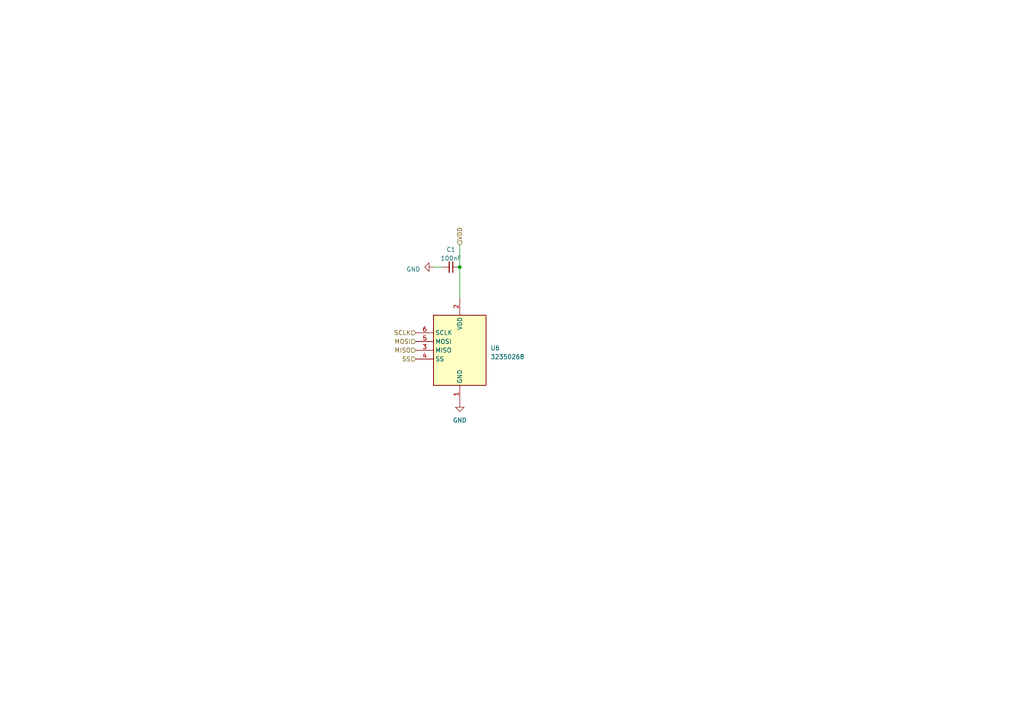
<source format=kicad_sch>
(kicad_sch (version 20230121) (generator eeschema)
  (paper "A4")
  (lib_symbols
    (symbol "Device:C_Small" (pin_numbers hide) (pin_names (offset 0.254) hide)
      (property "Reference" "C" (at 0.254 1.778 0))
      (property "Value" "C_Small" (at 0.254 -2.032 0))
      (symbol "C_Small_0_1"
        (polyline (pts (xy -1.524 -0.508) (xy 1.524 -0.508)) (stroke (width 0.3302)))
        (polyline (pts (xy -1.524 0.508) (xy 1.524 0.508)) (stroke (width 0.3048)))
      )
      (symbol "C_Small_1_1"
        (pin passive line (at 0 2.54 270) (length 2.032) (name "~") (number "1"))
        (pin passive line (at 0 -2.54 90) (length 2.032) (name "~") (number "2"))
      )
    )
    (symbol "MPL115A1_1"
      (property "Reference" "U" (at -6.35 11.43 0))
      (property "Value" "MPL115A1" (at 7.62 11.43 0))
      (symbol "MPL115A1_1_0_1"
        (rectangle (start 7.62 10.16) (end -7.62 -10.16) (stroke (width 0.254)) (fill (type background)))
      )
      (symbol "MPL115A1_1_1_1"
        (pin power_in line (at 0 -15.24 90) (length 5.08) (name "GND") (number "1"))
        (pin power_in line (at 0 15.24 270) (length 5.08) (name "VDD") (number "2"))
        (pin output line (at -12.7 0 0) (length 5.08) (name "MISO") (number "3"))
        (pin input line (at -12.7 -2.54 0) (length 5.08) (name "SS") (number "4"))
        (pin input line (at -12.7 2.54 0) (length 5.08) (name "MOSI") (number "5"))
        (pin input line (at -12.7 5.08 0) (length 5.08) (name "SCLK") (number "6"))
      )
    )
    (symbol "power:GND" (power) (pin_names (offset 0))
      (property "Value" "GND" (at 0 -3.81 0))
      (symbol "GND_0_1"
        (polyline (pts (xy 0 0) (xy 0 -1.27) (xy 1.27 -1.27) (xy 0 -2.54) (xy -1.27 -1.27) (xy 0 -1.27)))
      )
      (symbol "GND_1_1"
        (pin power_in line (at 0 0 270) (length 0) hide (name "GND") (number "1"))
      )
    )
  )
  (junction (at 133.35 77.47))
  (wire (pts (xy 133.35 71.12) (xy 133.35 77.47)))
  (wire (pts (xy 133.35 77.47) (xy 133.35 86.36)))
  (wire (pts (xy 125.73 77.47) (xy 128.27 77.47)))
  (hierarchical_label "SS" (shape input) (at 120.65 104.14 180))
  (hierarchical_label "MOSI" (shape input) (at 120.65 99.06 180))
  (hierarchical_label "MISO" (shape input) (at 120.65 101.6 180))
  (hierarchical_label "SCLK" (shape input) (at 120.65 96.52 180))
  (hierarchical_label "VDD" (shape input) (at 133.35 71.12 90))
  (symbol (lib_name "MPL115A1_1") (lib_id "Sensor_Pressure:MPL115A1") (at 133.35 101.6 0) (unit 1)
    (property "Reference" "U6" (at 142.24 100.965 0) (effects (justify left)))
    (property "Value" "32350268" (at 142.24 103.505 0) (effects (justify left)))
    (property "Footprint" "Custom:Pressure_Captor_Custom" (effects hide))
    (property "Datasheet" "https://prod-edam.honeywell.com/content/dam/honeywell-edam/sps/siot/en-us/products/sensors/pressure-sensors/board-mount-pressure-sensors/basic-abp2-series/documents/sps-siot-abp2-series-datasheet-32350268-en.pdf" (effects hide))
  )
  (symbol (lib_id "power:GND") (at 133.35 116.84 0) (unit 1)
    (property "Reference" "#PWR02" (effects hide))
    (property "Value" "GND" (at 133.35 121.92 0))
  )
  (symbol (lib_id "power:GND") (at 125.73 77.47 270) (unit 1)
    (property "Reference" "#PWR027" (effects hide))
    (property "Value" "GND" (at 121.92 78.105 90) (effects (justify right)))
  )
  (symbol (lib_id "Device:C_Small") (at 130.81 77.47 270) (unit 1)
    (property "Reference" "C1" (at 130.8036 72.39 90))
    (property "Value" "100nF" (at 130.8036 74.93 90))
    (property "Footprint" "Capacitor_SMD:C_0603_1608Metric_Pad1.08x0.95mm_HandSolder" (effects hide))
  )
)
</source>
